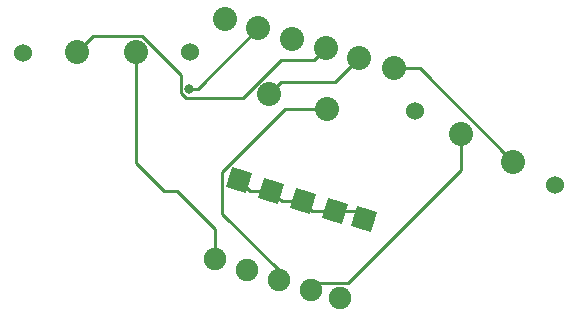
<source format=gbr>
%TF.GenerationSoftware,KiCad,Pcbnew,(6.0.4)*%
%TF.CreationDate,2024-05-03T16:02:45-07:00*%
%TF.ProjectId,thumb,7468756d-622e-46b6-9963-61645f706362,v1.0.0*%
%TF.SameCoordinates,Original*%
%TF.FileFunction,Copper,L1,Top*%
%TF.FilePolarity,Positive*%
%FSLAX46Y46*%
G04 Gerber Fmt 4.6, Leading zero omitted, Abs format (unit mm)*
G04 Created by KiCad (PCBNEW (6.0.4)) date 2024-05-03 16:02:45*
%MOMM*%
%LPD*%
G01*
G04 APERTURE LIST*
G04 Aperture macros list*
%AMRotRect*
0 Rectangle, with rotation*
0 The origin of the aperture is its center*
0 $1 length*
0 $2 width*
0 $3 Rotation angle, in degrees counterclockwise*
0 Add horizontal line*
21,1,$1,$2,0,0,$3*%
G04 Aperture macros list end*
%TA.AperFunction,ComponentPad*%
%ADD10C,1.905000*%
%TD*%
%TA.AperFunction,ComponentPad*%
%ADD11RotRect,1.778000X1.778000X253.000000*%
%TD*%
%TA.AperFunction,ComponentPad*%
%ADD12C,2.032000*%
%TD*%
%TA.AperFunction,ComponentPad*%
%ADD13C,1.524000*%
%TD*%
%TA.AperFunction,ViaPad*%
%ADD14C,0.800000*%
%TD*%
%TA.AperFunction,Conductor*%
%ADD15C,0.250000*%
%TD*%
G04 APERTURE END LIST*
D10*
%TO.P,D6,1*%
%TO.N,mm_diode*%
X101676699Y-65947067D03*
D11*
%TO.P,D6,2*%
%TO.N,F0*%
X103723301Y-59252933D03*
%TD*%
D12*
%TO.P,,1*%
%TO.N,C7*%
X105700000Y-46300000D03*
%TD*%
D10*
%TO.P,D5,1*%
%TO.N,mr_diode*%
X104376699Y-66747067D03*
D11*
%TO.P,D5,2*%
%TO.N,F0*%
X106423301Y-60052933D03*
%TD*%
D12*
%TO.P,,1*%
%TO.N,B4*%
X102800000Y-45500000D03*
%TD*%
%TO.P,,1*%
%TO.N,F0*%
X97100000Y-43800000D03*
%TD*%
%TO.P,M2,1*%
%TO.N,B5*%
X100874261Y-50195195D03*
%TO.P,M2,2*%
%TO.N,mm_diode*%
X105725739Y-51404805D03*
%TD*%
%TO.P,,1*%
%TO.N,B5*%
X108500000Y-47100000D03*
%TD*%
D13*
%TO.P,,1*%
%TO.N,N/C*%
X94200000Y-46600000D03*
%TD*%
D12*
%TO.P,,1*%
%TO.N,E6*%
X111400000Y-48000000D03*
%TD*%
D13*
%TO.P,,1*%
%TO.N,N/C*%
X125100000Y-57900000D03*
%TD*%
D12*
%TO.P,M3,1*%
%TO.N,mr_diode*%
X117095761Y-53548002D03*
%TO.P,M3,2*%
%TO.N,E6*%
X121510499Y-55895360D03*
%TD*%
D10*
%TO.P,D7,1*%
%TO.N,far_thumb*%
X106876699Y-67447067D03*
D11*
%TO.P,D7,2*%
%TO.N,F0*%
X108923301Y-60752933D03*
%TD*%
D10*
%TO.P,D4,1*%
%TO.N,inner_thumb*%
X98976699Y-65047067D03*
D11*
%TO.P,D4,2*%
%TO.N,F0*%
X101023301Y-58352933D03*
%TD*%
D10*
%TO.P,D3,1*%
%TO.N,ml_diode*%
X96276699Y-64147067D03*
D11*
%TO.P,D3,2*%
%TO.N,F0*%
X98323301Y-57452933D03*
%TD*%
D12*
%TO.P,M1,1*%
%TO.N,C7*%
X84570950Y-46629451D03*
%TO.P,M1,2*%
%TO.N,ml_diode*%
X89570950Y-46629451D03*
%TD*%
D13*
%TO.P,,1*%
%TO.N,N/C*%
X113200000Y-51600000D03*
%TD*%
%TO.P,,1*%
%TO.N,N/C*%
X80000000Y-46700000D03*
%TD*%
D12*
%TO.P,,1*%
%TO.N,B7*%
X99900000Y-44600000D03*
%TD*%
D14*
%TO.N,B7*%
X94100000Y-49700000D03*
%TD*%
D15*
%TO.N,B7*%
X94100000Y-49700000D02*
X94800000Y-49700000D01*
X94800000Y-49700000D02*
X99900000Y-44600000D01*
%TO.N,F0*%
X108223301Y-60052933D02*
X108923301Y-60752933D01*
X101023301Y-58352933D02*
X101923301Y-59252933D01*
X104523301Y-60052933D02*
X106423301Y-60052933D01*
X99223301Y-58352933D02*
X101023301Y-58352933D01*
X98323301Y-57452933D02*
X99223301Y-58352933D01*
X106423301Y-60052933D02*
X108223301Y-60052933D01*
X101923301Y-59252933D02*
X103723301Y-59252933D01*
X103723301Y-59252933D02*
X104523301Y-60052933D01*
%TO.N,C7*%
X104684001Y-47315999D02*
X105700000Y-46300000D01*
X90126209Y-45288940D02*
X93375489Y-48538220D01*
X101857687Y-47315999D02*
X104684001Y-47315999D01*
X85911461Y-45288940D02*
X90126209Y-45288940D01*
X84570950Y-46629451D02*
X85911461Y-45288940D01*
X98673686Y-50500000D02*
X101857687Y-47315999D01*
X93800000Y-50500000D02*
X98673686Y-50500000D01*
X93375489Y-48538220D02*
X93375489Y-50075489D01*
X93375489Y-50075489D02*
X93800000Y-50500000D01*
%TO.N,ml_diode*%
X89570950Y-46629451D02*
X89570950Y-56030425D01*
X91944555Y-58404030D02*
X93078537Y-58404030D01*
X93078537Y-58404030D02*
X96276699Y-61602192D01*
X96276699Y-61602192D02*
X96276699Y-64147067D01*
X89570950Y-56030425D02*
X91944555Y-58404030D01*
%TO.N,B5*%
X100874261Y-50195195D02*
X101890260Y-49179196D01*
X101890260Y-49179196D02*
X106420804Y-49179196D01*
X106420804Y-49179196D02*
X108500000Y-47100000D01*
%TO.N,mm_diode*%
X105725739Y-51404805D02*
X102212179Y-51404805D01*
X96888708Y-56728276D02*
X96888708Y-60288708D01*
X101676699Y-65076699D02*
X101676699Y-65947067D01*
X96888708Y-60288708D02*
X101676699Y-65076699D01*
X102212179Y-51404805D02*
X96888708Y-56728276D01*
%TO.N,mr_diode*%
X107524646Y-66170056D02*
X104953710Y-66170056D01*
X104953710Y-66170056D02*
X104376699Y-66747067D01*
X117095761Y-53548002D02*
X117095761Y-56598941D01*
X117095761Y-56598941D02*
X107524646Y-66170056D01*
%TO.N,E6*%
X121510499Y-55895360D02*
X113615139Y-48000000D01*
X113615139Y-48000000D02*
X111400000Y-48000000D01*
%TD*%
M02*

</source>
